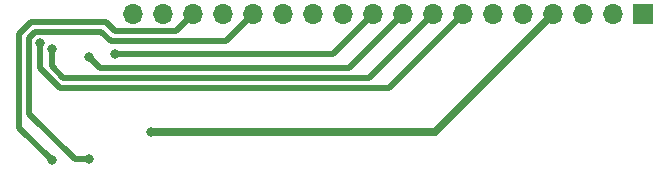
<source format=gbl>
%TF.GenerationSoftware,KiCad,Pcbnew,9.0.4-9.0.4-0~ubuntu24.04.1*%
%TF.CreationDate,2025-10-19T10:06:06-07:00*%
%TF.ProjectId,NX-ButtonInterface,4e582d42-7574-4746-9f6e-496e74657266,2*%
%TF.SameCoordinates,Original*%
%TF.FileFunction,Copper,L2,Bot*%
%TF.FilePolarity,Positive*%
%FSLAX46Y46*%
G04 Gerber Fmt 4.6, Leading zero omitted, Abs format (unit mm)*
G04 Created by KiCad (PCBNEW 9.0.4-9.0.4-0~ubuntu24.04.1) date 2025-10-19 10:06:06*
%MOMM*%
%LPD*%
G01*
G04 APERTURE LIST*
%TA.AperFunction,ComponentPad*%
%ADD10R,1.700000X1.700000*%
%TD*%
%TA.AperFunction,ComponentPad*%
%ADD11O,1.700000X1.700000*%
%TD*%
%TA.AperFunction,ViaPad*%
%ADD12C,0.800000*%
%TD*%
%TA.AperFunction,Conductor*%
%ADD13C,0.635000*%
%TD*%
%TA.AperFunction,Conductor*%
%ADD14C,0.508000*%
%TD*%
G04 APERTURE END LIST*
D10*
%TO.P,J1,1,Pin_1*%
%TO.N,/CAN_TX*%
X129921000Y-92964000D03*
D11*
%TO.P,J1,2,Pin_2*%
%TO.N,/CAN_RX*%
X127381000Y-92964000D03*
%TO.P,J1,3,Pin_3*%
%TO.N,/GND*%
X124841000Y-92964000D03*
%TO.P,J1,4,Pin_4*%
%TO.N,/3V3*%
X122301000Y-92964000D03*
%TO.P,J1,5,Pin_5*%
%TO.N,unconnected-(J1-Pin_5-Pad5)*%
X119761000Y-92964000D03*
%TO.P,J1,6,Pin_6*%
%TO.N,unconnected-(J1-Pin_6-Pad6)*%
X117221000Y-92964000D03*
%TO.P,J1,7,Pin_7*%
%TO.N,/NX_PC_LED-*%
X114681000Y-92964000D03*
%TO.P,J1,8,Pin_8*%
%TO.N,/NX_PC_LED+*%
X112141000Y-92964000D03*
%TO.P,J1,9,Pin_9*%
%TO.N,/UART2_RXD*%
X109601000Y-92964000D03*
%TO.P,J1,10,Pin_10*%
%TO.N,/UART2_TXD*%
X107061000Y-92964000D03*
%TO.P,J1,11,Pin_11*%
%TO.N,unconnected-(J1-Pin_11-Pad11)*%
X104521000Y-92964000D03*
%TO.P,J1,12,Pin_12*%
%TO.N,unconnected-(J1-Pin_12-Pad12)*%
X101981000Y-92964000D03*
%TO.P,J1,13,Pin_13*%
%TO.N,/GND*%
X99441000Y-92964000D03*
%TO.P,J1,14,Pin_14*%
%TO.N,/~{SYS_RESET}*%
X96901000Y-92964000D03*
%TO.P,J1,15,Pin_15*%
%TO.N,/GND*%
X94361000Y-92964000D03*
%TO.P,J1,16,Pin_16*%
%TO.N,/~{REC}*%
X91821000Y-92964000D03*
%TO.P,J1,17,Pin_17*%
%TO.N,unconnected-(J1-Pin_17-Pad17)*%
X89281000Y-92964000D03*
%TO.P,J1,18,Pin_18*%
%TO.N,unconnected-(J1-Pin_18-Pad18)*%
X86741000Y-92964000D03*
%TD*%
D12*
%TO.N,/3V3*%
X88315800Y-102946200D03*
%TO.N,/NX_PC_LED-*%
X78900654Y-95396197D03*
%TO.N,/NX_PC_LED+*%
X79889882Y-95888149D03*
%TO.N,/UART2_RXD*%
X83007200Y-96570800D03*
%TO.N,/UART2_TXD*%
X85242400Y-96342200D03*
%TO.N,/~{SYS_RESET}*%
X83007200Y-105257600D03*
%TO.N,/~{REC}*%
X79883000Y-105333800D03*
%TD*%
D13*
%TO.N,/3V3*%
X88315800Y-102946200D02*
X112318800Y-102946200D01*
X112318800Y-102946200D02*
X122301000Y-92964000D01*
D14*
%TO.N,/NX_PC_LED-*%
X80611714Y-99237800D02*
X108407200Y-99237800D01*
X108407200Y-99237800D02*
X108788200Y-98856800D01*
X78900654Y-95396197D02*
X78900654Y-97526740D01*
X78900654Y-97526740D02*
X80611714Y-99237800D01*
X114681000Y-92964000D02*
X108788200Y-98856800D01*
%TO.N,/NX_PC_LED+*%
X80874600Y-98349800D02*
X106755200Y-98349800D01*
X106755200Y-98349800D02*
X112141000Y-92964000D01*
X79889882Y-95888149D02*
X79889882Y-97365082D01*
X79889882Y-97365082D02*
X80874600Y-98349800D01*
%TO.N,/UART2_RXD*%
X105029000Y-97536000D02*
X109601000Y-92964000D01*
X83007200Y-96570800D02*
X83972400Y-97536000D01*
X83972400Y-97536000D02*
X105029000Y-97536000D01*
%TO.N,/UART2_TXD*%
X103682800Y-96342200D02*
X107061000Y-92964000D01*
X85242400Y-96342200D02*
X103682800Y-96342200D01*
%TO.N,/~{SYS_RESET}*%
X94615000Y-95250000D02*
X84886800Y-95250000D01*
X77940854Y-94998634D02*
X77940854Y-101359654D01*
X77940854Y-101359654D02*
X77978000Y-101396800D01*
X78503091Y-94436397D02*
X77940854Y-94998634D01*
X96901000Y-92964000D02*
X96901000Y-93218000D01*
X77978000Y-101396800D02*
X81838800Y-105257600D01*
X84073197Y-94436397D02*
X78503091Y-94436397D01*
X96901000Y-92964000D02*
X94615000Y-95250000D01*
X84886800Y-95250000D02*
X84073197Y-94436397D01*
X81838800Y-105257600D02*
X83007200Y-105257600D01*
%TO.N,/~{REC}*%
X85255200Y-94373800D02*
X90411200Y-94373800D01*
X77114400Y-94674202D02*
X78166005Y-93622597D01*
X77114400Y-102565200D02*
X77114400Y-94674202D01*
X78166005Y-93622597D02*
X84503997Y-93622597D01*
X84503997Y-93622597D02*
X85255200Y-94373800D01*
X79883000Y-105333800D02*
X77114400Y-102565200D01*
X90411200Y-94373800D02*
X91821000Y-92964000D01*
%TD*%
M02*

</source>
